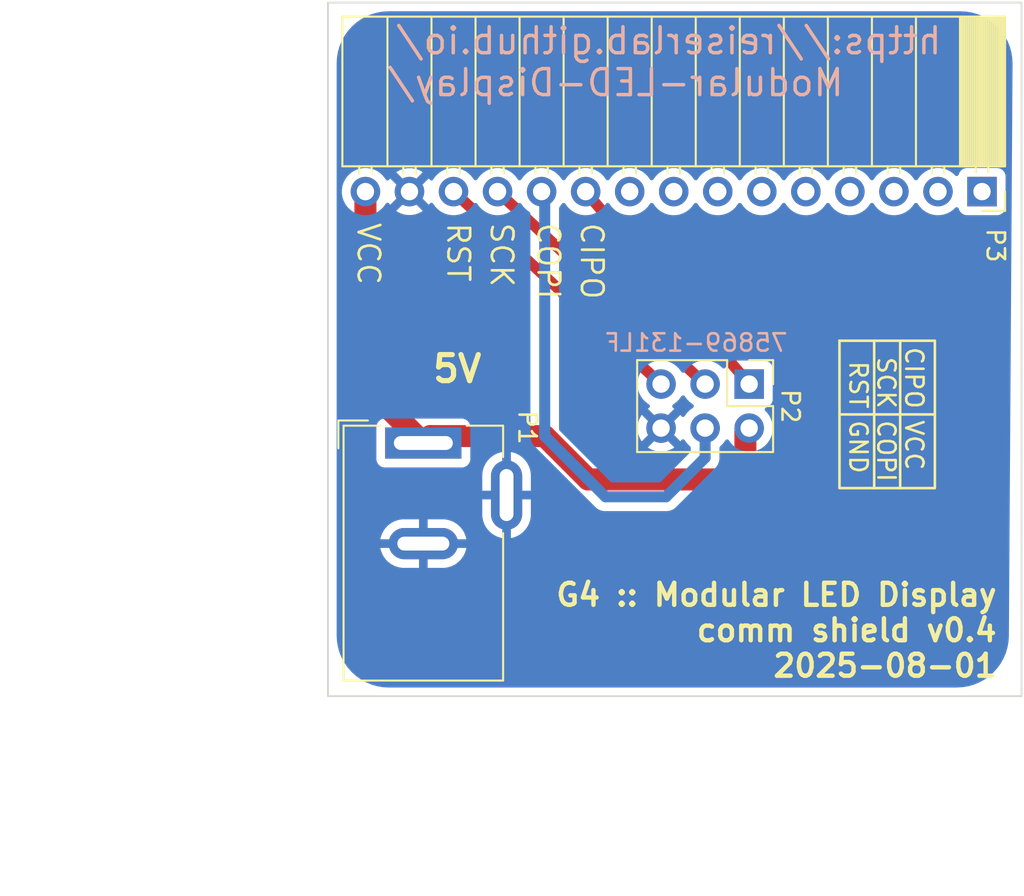
<source format=kicad_pcb>
(kicad_pcb (version 20241229) (generator "pcbnew") (generator_version "9.0")
  (title_block (title "comm shield") (date "2025-08-01") (rev "v0.4") (company "MCN-NET for Reiser Lab @ Janelia"))
  (layers (0 "F.Cu" signal) (2 "B.Cu" signal) (13 "F.Paste" user) (15 "B.Paste" user) (5 "F.SilkS" user "F.Silkscreen") (7 "B.SilkS" user "B.Silkscreen") (1 "F.Mask" user) (3 "B.Mask" user) (25 "Edge.Cuts" user))
  (net 0 "")
  (net 1 "+5V")
  (net 2 "/MISO")
  (net 3 "/MOSI")
  (net 4 "/RX")
  (net 5 "/SCK")
  (net 6 "/TX")
  (net 7 "/~{RST}")
  (net 8 "GND")
  (footprint "Connector_BarrelJack:BarrelJack_Wuerth_6941xx301002" (layer "F.Cu") (at 55.5 75.4)
    (property "Reference" "P1" (at 6 -0.9 270) (layer "F.SilkS"))
    (property "Value" "CONN_2")
    (fp_line (start -4.9 -1.3) (end -4.9 0.3) (stroke (width 0.12)) (layer "F.SilkS"))
    (fp_line (start -4.6 -1) (end -2.5 -1) (stroke (width 0.12)) (layer "F.SilkS"))
    (fp_line (start -4.6 13.7) (end -4.6 -1) (stroke (width 0.12)) (layer "F.SilkS"))
    (fp_line (start -3.2 -1.3) (end -4.9 -1.3) (stroke (width 0.12)) (layer "F.SilkS"))
    (fp_line (start 2.5 -1) (end 4.6 -1) (stroke (width 0.12)) (layer "F.SilkS"))
    (fp_line (start 4.6 -1) (end 4.6 0.8) (stroke (width 0.12)) (layer "F.SilkS"))
    (fp_line (start 4.6 5.2) (end 4.6 13.7) (stroke (width 0.12)) (layer "F.SilkS"))
    (fp_line (start 4.6 13.7) (end -4.6 13.7) (stroke (width 0.12)) (layer "F.SilkS"))
    (pad "1" thru_hole rect (at 0 0) (size 4.4 1.8) (drill oval 3.4 0.8) (layers "*.Cu" "*.Mask") (net 1 "+5V"))
    (pad "2" thru_hole oval (at 0 5.8) (size 4 1.8) (drill oval 3 0.8) (layers "*.Cu" "*.Mask") (net 8 "GND"))
    (pad "3" thru_hole oval (at 4.8 3 90) (size 4 1.8) (drill oval 3 0.8) (layers "*.Cu" "*.Mask") (net 8 "GND"))
  )
  (footprint "Connector_PinHeader_2.54mm:PinHeader_2x03_P2.54mm_Vertical" (layer "F.Cu") (at 74.29 72 -90)
    (property "Reference" "P2" (at 1.27 -2.38 270) (layer "F.SilkS"))
    (property "Value" "CONN_3X2")
    (fp_line (start -1.38 6.46) (end 3.92 6.46) (stroke (width 0.12)) (layer "F.SilkS"))
    (fp_line (start -1.38 1.27) (end -1.38 6.46) (stroke (width 0.12)) (layer "F.SilkS"))
    (fp_line (start -1.38 1.27) (end 1.27 1.27) (stroke (width 0.12)) (layer "F.SilkS"))
    (fp_line (start 1.27 1.27) (end 1.27 -1.38) (stroke (width 0.12)) (layer "F.SilkS"))
    (fp_line (start -1.38 0) (end -1.38 -1.38) (stroke (width 0.12)) (layer "F.SilkS"))
    (fp_line (start -1.38 -1.38) (end 0 -1.38) (stroke (width 0.12)) (layer "F.SilkS"))
    (fp_line (start 1.27 -1.38) (end 3.92 -1.38) (stroke (width 0.12)) (layer "F.SilkS"))
    (fp_line (start 3.92 -1.38) (end 3.92 6.46) (stroke (width 0.12)) (layer "F.SilkS"))
    (pad "1" thru_hole rect (at 0 0 270) (size 1.7 1.7) (drill 1) (layers "*.Cu" "*.Mask") (net 2 "/MISO"))
    (pad "2" thru_hole circle (at 2.54 0 270) (size 1.7 1.7) (drill 1) (layers "*.Cu" "*.Mask") (net 1 "+5V"))
    (pad "3" thru_hole circle (at 0 2.54 270) (size 1.7 1.7) (drill 1) (layers "*.Cu" "*.Mask") (net 5 "/SCK"))
    (pad "4" thru_hole circle (at 2.54 2.54 270) (size 1.7 1.7) (drill 1) (layers "*.Cu" "*.Mask") (net 3 "/MOSI"))
    (pad "5" thru_hole circle (at 0 5.08 270) (size 1.7 1.7) (drill 1) (layers "*.Cu" "*.Mask") (net 7 "/~{RST}"))
    (pad "6" thru_hole circle (at 2.54 5.08 270) (size 1.7 1.7) (drill 1) (layers "*.Cu" "*.Mask") (net 8 "GND"))
  )
  (footprint "Connector_PinSocket_2.54mm:PinSocket_1x15_P2.54mm_Horizontal" (layer "F.Cu") (at 87.72 60.9 -90)
    (property "Reference" "P3" (at 3.1 -0.78 270) (layer "F.SilkS"))
    (property "Value" "CONN15")
    (fp_line (start -10.09 36.89) (end -1.46 36.89) (stroke (width 0.12)) (layer "F.SilkS"))
    (fp_line (start -1.46 35.92) (end -1.05 35.92) (stroke (width 0.12)) (layer "F.SilkS"))
    (fp_line (start -1.46 35.2) (end -1.05 35.2) (stroke (width 0.12)) (layer "F.SilkS"))
    (fp_line (start -10.09 34.29) (end -1.46 34.29) (stroke (width 0.12)) (layer "F.SilkS"))
    (fp_line (start -1.46 33.38) (end -1.05 33.38) (stroke (width 0.12)) (layer "F.SilkS"))
    (fp_line (start -1.46 32.66) (end -1.05 32.66) (stroke (width 0.12)) (layer "F.SilkS"))
    (fp_line (start -10.09 31.75) (end -1.46 31.75) (stroke (width 0.12)) (layer "F.SilkS"))
    (fp_line (start -1.46 30.84) (end -1.05 30.84) (stroke (width 0.12)) (layer "F.SilkS"))
    (fp_line (start -1.46 30.12) (end -1.05 30.12) (stroke (width 0.12)) (layer "F.SilkS"))
    (fp_line (start -10.09 29.21) (end -1.46 29.21) (stroke (width 0.12)) (layer "F.SilkS"))
    (fp_line (start -1.46 28.3) (end -1.05 28.3) (stroke (width 0.12)) (layer "F.SilkS"))
    (fp_line (start -1.46 27.58) (end -1.05 27.58) (stroke (width 0.12)) (layer "F.SilkS"))
    (fp_line (start -10.09 26.67) (end -1.46 26.67) (stroke (width 0.12)) (layer "F.SilkS"))
    (fp_line (start -1.46 25.76) (end -1.05 25.76) (stroke (width 0.12)) (layer "F.SilkS"))
    (fp_line (start -1.46 25.04) (end -1.05 25.04) (stroke (width 0.12)) (layer "F.SilkS"))
    (fp_line (start -10.09 24.13) (end -1.46 24.13) (stroke (width 0.12)) (layer "F.SilkS"))
    (fp_line (start -1.46 23.22) (end -1.05 23.22) (stroke (width 0.12)) (layer "F.SilkS"))
    (fp_line (start -1.46 22.5) (end -1.05 22.5) (stroke (width 0.12)) (layer "F.SilkS"))
    (fp_line (start -10.09 21.59) (end -1.46 21.59) (stroke (width 0.12)) (layer "F.SilkS"))
    (fp_line (start -1.46 20.68) (end -1.05 20.68) (stroke (width 0.12)) (layer "F.SilkS"))
    (fp_line (start -1.46 19.96) (end -1.05 19.96) (stroke (width 0.12)) (layer "F.SilkS"))
    (fp_line (start -10.09 19.05) (end -1.46 19.05) (stroke (width 0.12)) (layer "F.SilkS"))
    (fp_line (start -1.46 18.14) (end -1.05 18.14) (stroke (width 0.12)) (layer "F.SilkS"))
    (fp_line (start -1.46 17.42) (end -1.05 17.42) (stroke (width 0.12)) (layer "F.SilkS"))
    (fp_line (start -10.09 16.51) (end -1.46 16.51) (stroke (width 0.12)) (layer "F.SilkS"))
    (fp_line (start -1.46 15.6) (end -1.05 15.6) (stroke (width 0.12)) (layer "F.SilkS"))
    (fp_line (start -1.46 14.88) (end -1.05 14.88) (stroke (width 0.12)) (layer "F.SilkS"))
    (fp_line (start -10.09 13.97) (end -1.46 13.97) (stroke (width 0.12)) (layer "F.SilkS"))
    (fp_line (start -1.46 13.06) (end -1.05 13.06) (stroke (width 0.12)) (layer "F.SilkS"))
    (fp_line (start -1.46 12.34) (end -1.05 12.34) (stroke (width 0.12)) (layer "F.SilkS"))
    (fp_line (start -10.09 11.43) (end -1.46 11.43) (stroke (width 0.12)) (layer "F.SilkS"))
    (fp_line (start -1.46 10.52) (end -1.05 10.52) (stroke (width 0.12)) (layer "F.SilkS"))
    (fp_line (start -1.46 9.8) (end -1.05 9.8) (stroke (width 0.12)) (layer "F.SilkS"))
    (fp_line (start -10.09 8.89) (end -1.46 8.89) (stroke (width 0.12)) (layer "F.SilkS"))
    (fp_line (start -1.46 7.98) (end -1.05 7.98) (stroke (width 0.12)) (layer "F.SilkS"))
    (fp_line (start -1.46 7.26) (end -1.05 7.26) (stroke (width 0.12)) (layer "F.SilkS"))
    (fp_line (start -10.09 6.35) (end -1.46 6.35) (stroke (width 0.12)) (layer "F.SilkS"))
    (fp_line (start -1.46 5.44) (end -1.05 5.44) (stroke (width 0.12)) (layer "F.SilkS"))
    (fp_line (start -1.46 4.72) (end -1.05 4.72) (stroke (width 0.12)) (layer "F.SilkS"))
    (fp_line (start -10.09 3.81) (end -1.46 3.81) (stroke (width 0.12)) (layer "F.SilkS"))
    (fp_line (start -1.46 2.9) (end -1.05 2.9) (stroke (width 0.12)) (layer "F.SilkS"))
    (fp_line (start -1.46 2.18) (end -1.05 2.18) (stroke (width 0.12)) (layer "F.SilkS"))
    (fp_line (start -10.09 1.27) (end -1.46 1.27) (stroke (width 0.12)) (layer "F.SilkS"))
    (fp_line (start -10.09 1.1519) (end -1.46 1.1519) (stroke (width 0.12)) (layer "F.SilkS"))
    (fp_line (start -10.09 1.033805) (end -1.46 1.033805) (stroke (width 0.12)) (layer "F.SilkS"))
    (fp_line (start -10.09 0.91571) (end -1.46 0.91571) (stroke (width 0.12)) (layer "F.SilkS"))
    (fp_line (start -10.09 0.797615) (end -1.46 0.797615) (stroke (width 0.12)) (layer "F.SilkS"))
    (fp_line (start -10.09 0.67952) (end -1.46 0.67952) (stroke (width 0.12)) (layer "F.SilkS"))
    (fp_line (start -10.09 0.561425) (end -1.46 0.561425) (stroke (width 0.12)) (layer "F.SilkS"))
    (fp_line (start -10.09 0.44333) (end -1.46 0.44333) (stroke (width 0.12)) (layer "F.SilkS"))
    (fp_line (start -1.46 0.36) (end -1.11 0.36) (stroke (width 0.12)) (layer "F.SilkS"))
    (fp_line (start -10.09 0.325235) (end -1.46 0.325235) (stroke (width 0.12)) (layer "F.SilkS"))
    (fp_line (start -10.09 0.20714) (end -1.46 0.20714) (stroke (width 0.12)) (layer "F.SilkS"))
    (fp_line (start -10.09 0.089045) (end -1.46 0.089045) (stroke (width 0.12)) (layer "F.SilkS"))
    (fp_line (start -10.09 -0.02905) (end -1.46 -0.02905) (stroke (width 0.12)) (layer "F.SilkS"))
    (fp_line (start -10.09 -0.147145) (end -1.46 -0.147145) (stroke (width 0.12)) (layer "F.SilkS"))
    (fp_line (start -10.09 -0.26524) (end -1.46 -0.26524) (stroke (width 0.12)) (layer "F.SilkS"))
    (fp_line (start -1.46 -0.36) (end -1.11 -0.36) (stroke (width 0.12)) (layer "F.SilkS"))
    (fp_line (start -10.09 -0.383335) (end -1.46 -0.383335) (stroke (width 0.12)) (layer "F.SilkS"))
    (fp_line (start -10.09 -0.50143) (end -1.46 -0.50143) (stroke (width 0.12)) (layer "F.SilkS"))
    (fp_line (start -10.09 -0.619525) (end -1.46 -0.619525) (stroke (width 0.12)) (layer "F.SilkS"))
    (fp_line (start -10.09 -0.73762) (end -1.46 -0.73762) (stroke (width 0.12)) (layer "F.SilkS"))
    (fp_line (start -10.09 -0.855715) (end -1.46 -0.855715) (stroke (width 0.12)) (layer "F.SilkS"))
    (fp_line (start -10.09 -0.97381) (end -1.46 -0.97381) (stroke (width 0.12)) (layer "F.SilkS"))
    (fp_line (start -10.09 -1.091905) (end -1.46 -1.091905) (stroke (width 0.12)) (layer "F.SilkS"))
    (fp_line (start -10.09 -1.21) (end -1.46 -1.21) (stroke (width 0.12)) (layer "F.SilkS"))
    (fp_line (start -10.09 -1.33) (end -10.09 36.89) (stroke (width 0.12)) (layer "F.SilkS"))
    (fp_line (start -10.09 -1.33) (end -1.46 -1.33) (stroke (width 0.12)) (layer "F.SilkS"))
    (fp_line (start -1.46 -1.33) (end -1.46 36.89) (stroke (width 0.12)) (layer "F.SilkS"))
    (fp_line (start 0 -1.33) (end 1.11 -1.33) (stroke (width 0.12)) (layer "F.SilkS"))
    (fp_line (start 1.11 -1.33) (end 1.11 0) (stroke (width 0.12)) (layer "F.SilkS"))
    (pad "1" thru_hole rect (at 0 0 270) (size 1.7 1.7) (drill 1) (layers "*.Cu" "*.Mask"))
    (pad "2" thru_hole circle (at 0 2.54 270) (size 1.7 1.7) (drill 1) (layers "*.Cu" "*.Mask") (net 6 "/TX"))
    (pad "3" thru_hole circle (at 0 5.08 270) (size 1.7 1.7) (drill 1) (layers "*.Cu" "*.Mask") (net 4 "/RX"))
    (pad "4" thru_hole circle (at 0 7.62 270) (size 1.7 1.7) (drill 1) (layers "*.Cu" "*.Mask"))
    (pad "5" thru_hole circle (at 0 10.16 270) (size 1.7 1.7) (drill 1) (layers "*.Cu" "*.Mask"))
    (pad "6" thru_hole circle (at 0 12.7 270) (size 1.7 1.7) (drill 1) (layers "*.Cu" "*.Mask"))
    (pad "7" thru_hole circle (at 0 15.24 270) (size 1.7 1.7) (drill 1) (layers "*.Cu" "*.Mask"))
    (pad "8" thru_hole circle (at 0 17.78 270) (size 1.7 1.7) (drill 1) (layers "*.Cu" "*.Mask"))
    (pad "9" thru_hole circle (at 0 20.32 270) (size 1.7 1.7) (drill 1) (layers "*.Cu" "*.Mask"))
    (pad "10" thru_hole circle (at 0 22.86 270) (size 1.7 1.7) (drill 1) (layers "*.Cu" "*.Mask") (net 2 "/MISO"))
    (pad "11" thru_hole circle (at 0 25.4 270) (size 1.7 1.7) (drill 1) (layers "*.Cu" "*.Mask") (net 3 "/MOSI"))
    (pad "12" thru_hole circle (at 0 27.94 270) (size 1.7 1.7) (drill 1) (layers "*.Cu" "*.Mask") (net 5 "/SCK"))
    (pad "13" thru_hole circle (at 0 30.48 270) (size 1.7 1.7) (drill 1) (layers "*.Cu" "*.Mask") (net 7 "/~{RST}"))
    (pad "14" thru_hole circle (at 0 33.02 270) (size 1.7 1.7) (drill 1) (layers "*.Cu" "*.Mask") (net 8 "GND"))
    (pad "15" thru_hole circle (at 0 35.56 270) (size 1.7 1.7) (drill 1) (layers "*.Cu" "*.Mask") (net 1 "+5V"))
  )
  (gr_line (start 81.5 69.5) (end 81.5 78) (stroke (width 0.15)) (layer "F.SilkS"))
  (gr_rect (start 79.5 69.5) (end 85 78) (stroke (width 0.15)) (fill no) (layer "F.SilkS"))
  (gr_line (start 79.5 73.75) (end 85 73.75) (stroke (width 0.15)) (layer "F.SilkS"))
  (gr_line (start 83 69.5) (end 83 78) (stroke (width 0.15)) (layer "F.SilkS"))
  (gr_rect (start 50 50) (end 90 90) (stroke (width 0.1)) (fill no) (layer "Edge.Cuts"))
  (gr_text "COPI" (at 62.72 62.6 270) (layer "F.SilkS") (effects (font (size 1.25 1.25) (thickness 0.15625)) (justify left)))
  (gr_text "5V" (at 55.9 72 0) (layer "F.SilkS") (effects (font (size 1.5 1.5) (thickness 0.3) (bold yes)) (justify left bottom)))
  (gr_text "VCC\nCOPI\nGND\n" (at 80 74 270) (layer "F.SilkS") (effects (font (size 1 1)) (justify left bottom)))
  (gr_text "G4 :: Modular LED Display\n${TITLE} ${REVISION}\n${ISSUE_DATE}" (at 88.7 86.2 0) (layer "F.SilkS") (effects (font (size 1.27 1.27) (thickness 0.254)) (justify right)))
  (gr_text "VCC" (at 52.34 62.6 270) (layer "F.SilkS") (effects (font (size 1.25 1.25) (thickness 0.15625)) (justify left)))
  (gr_text "CIPO" (at 65.22 62.6 270) (layer "F.SilkS") (effects (font (size 1.25 1.25) (thickness 0.15625)) (justify left)))
  (gr_text "RST" (at 57.52 62.6 270) (layer "F.SilkS") (effects (font (size 1.25 1.25) (thickness 0.15625)) (justify left)))
  (gr_text "CIPO\nSCK\nRST" (at 80 73.5 270) (layer "F.SilkS") (effects (font (size 1 1)) (justify right bottom)))
  (gr_text "SCK" (at 60.02 62.6 270) (layer "F.SilkS") (effects (font (size 1.25 1.25) (thickness 0.15625)) (justify left)))
  (gr_text "https://reiserlab.github.io/\n	Modular-LED-Display/" (at 85.5 55.5 0) (layer "B.SilkS") (effects (font (size 1.5 1.5) (thickness 0.2)) (justify left bottom mirror)))
  (gr_text "75869-131LF" (at 76.6 70.2 0) (layer "B.SilkS") (effects (font (size 1 1)) (justify left bottom mirror)))
  (segment (start 52.16 60.9) (end 52.16 72.06) (width 1.27) (layer "F.Cu") (net 1))
  (segment (start 55.9 75) (end 62.5 75) (width 1.27) (layer "F.Cu") (net 1))
  (segment (start 52.16 72.06) (end 55.5 75.4) (width 1.27) (layer "F.Cu") (net 1))
  (segment (start 55.5 75.4) (end 55.9 75) (width 1.27) (layer "F.Cu") (net 1))
  (segment (start 73.5 77.5) (end 74.072987 76.927013) (width 1.27) (layer "F.Cu") (net 1))
  (segment (start 62.5 75) (end 65 77.5) (width 1.27) (layer "F.Cu") (net 1))
  (segment (start 74.072987 74.757013) (end 74.29 74.54) (width 1.27) (layer "F.Cu") (net 1))
  (segment (start 65 77.5) (end 73.5 77.5) (width 1.27) (layer "F.Cu") (net 1))
  (segment (start 74.072987 76.927013) (end 74.072987 74.757013) (width 1.27) (layer "F.Cu") (net 1))
  (segment (start 74.29 72) (end 64.86 60.9) (width 0.635) (layer "F.Cu") (net 2))
  (segment (start 69.5 78.5) (end 66 78.5) (width 0.635) (layer "B.Cu") (net 3))
  (segment (start 66 78.5) (end 62.5 75) (width 0.635) (layer "B.Cu") (net 3))
  (segment (start 71.75 74.54) (end 71.75 76.25) (width 0.635) (layer "B.Cu") (net 3))
  (segment (start 71.75 76.25) (end 69.5 78.5) (width 0.635) (layer "B.Cu") (net 3))
  (segment (start 62.5 75) (end 62.5 61.08) (width 0.635) (layer "B.Cu") (net 3))
  (segment (start 62.5 61.08) (end 62.32 60.9) (width 0.635) (layer "B.Cu") (net 3))
  (segment (start 71.75 72) (end 59.78 60.9) (width 0.635) (layer "F.Cu") (net 5))
  (segment (start 69.21 72) (end 57.24 60.9) (width 0.635) (layer "F.Cu") (net 7))
  (zone (net 8) (net_name "GND") (layer "B.Cu") (name "GROUND") (connect_pads (clearance 0.508)) (min_thickness 0.25) (fill yes (thermal_gap 0.5) (thermal_bridge_width 0.5) (smoothing fillet) (radius 3))
    (polygon (pts (xy 50.5 50.5) (xy 89.5 50.5) (xy 89.25 89.5) (xy 50.5 89.5)))
  )
)
</source>
